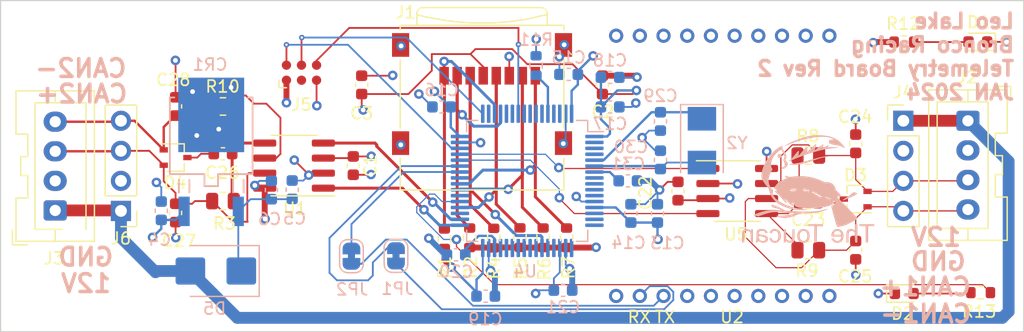
<source format=kicad_pcb>
(kicad_pcb (version 20221018) (generator pcbnew)
  (layers (0 "F.Cu" signal) (1 "In1.Cu" signal) (2 "In2.Cu" signal) (31 "B.Cu" signal) (34 "B.Paste" user) (35 "F.Paste" user) (36 "B.SilkS" user "B.Silkscreen") (37 "F.SilkS" user "F.Silkscreen") (38 "B.Mask" user) (39 "F.Mask" user) (44 "Edge.Cuts" user))
  (net 0 "")
  (net 1 "GND")
  (net 2 "+3V3")
  (net 3 "Net-(CR1-IN)")
  (net 4 "/HSE_OUT")
  (net 5 "/HSE_IN")
  (net 6 "Net-(U4-VCAP_1)")
  (net 7 "Net-(D3-common)")
  (net 8 "Net-(U5-Vref)")
  (net 9 "CAN1+")
  (net 10 "CAN1-")
  (net 11 "Net-(D4-common)")
  (net 12 "Net-(U1-Vref)")
  (net 13 "CAN2+")
  (net 14 "CAN2-")
  (net 15 "Net-(U4-NRST)")
  (net 16 "Net-(D1-A)")
  (net 17 "Net-(D2-A)")
  (net 18 "+12V")
  (net 19 "SD-DAT2")
  (net 20 "SWO")
  (net 21 "SD-DAT3")
  (net 22 "SWCLK")
  (net 23 "SWDIO")
  (net 24 "SD-CMD")
  (net 25 "SD-CLK")
  (net 26 "SD-DAT0")
  (net 27 "SD-DAT1")
  (net 29 "Net-(JP1-A)")
  (net 30 "UART-RX")
  (net 31 "Net-(JP2-A)")
  (net 32 "UART-TX")
  (net 33 "Net-(U4-BOOT0)")
  (net 34 "MICROLED")
  (net 35 "/Can Transceiver1/CANTX")
  (net 36 "/Can Transceiver1/CANRX")
  (net 76 "/Can Transceiver/CANRX")
  (net 77 "/Can Transceiver/CANTX")
  (footprint "Capacitor_SMD:C_0603_1608Metric" (layer "F.Cu") (at 185.972 66.202 -90)
    (fp_text reference "C24")
    (fp_text value "30p" hide)
  )
  (footprint "Resistor_SMD:R_0805_2012Metric" (layer "F.Cu") (at 132.561999 63.051999 180)
    (fp_text reference "R10")
    (fp_text value "60" hide)
  )
  (footprint "Capacitor_SMD:C_0603_1608Metric" (layer "F.Cu") (at 164.592 61.227 90)
    (fp_text reference "C2")
    (fp_text value "4u7" hide)
  )
  (footprint "Package_TO_SOT_SMD:SOT-323_SC-70" (layer "F.Cu") (at 128.561999 67.372)
    (fp_text reference "D4")
    (fp_text value "D_TVS_Dual_AAC" hide)
  )
  (footprint "Resistor_SMD:R_0805_2012Metric" (layer "F.Cu") (at 132.561999 71.051999)
    (fp_text reference "R3")
    (fp_text value "60" hide)
  )
  (footprint "Resistor_SMD:R_0603_1608Metric" (layer "F.Cu") (at 196.5198 78.7908)
    (fp_text reference "R13")
    (fp_text value "1k" hide)
  )
  (footprint "Package_TO_SOT_SMD:SOT-323_SC-70" (layer "F.Cu") (at 185.972 70.882 180)
    (fp_text reference "D3")
    (fp_text value "D_TVS_Dual_AAC" hide)
  )
  (footprint "Capacitor_SMD:C_0603_1608Metric" (layer "F.Cu") (at 181.972 71.202 180)
    (fp_text reference "C23")
    (fp_text value "100n" hide)
  )
  (footprint "Capacitor_SMD:C_0603_1608Metric" (layer "F.Cu") (at 143.561999 68.051999 -90)
    (fp_text reference "C1")
    (fp_text value "100n" hide)
  )
  (footprint "Resistor_SMD:R_0805_2012Metric" (layer "F.Cu") (at 181.972 67.202 180)
    (fp_text reference "R8")
    (fp_text value "60" hide)
  )
  (footprint "Package_SO:SOIC-8_3.9x4.9mm_P1.27mm" (layer "F.Cu") (at 138.561999 68.051999 180)
    (fp_text reference "U1")
    (fp_text value "SN65HVD230" hide)
  )
  (footprint "Capacitor_SMD:C_0603_1608Metric" (layer "F.Cu") (at 185.972 75.202 -90)
    (fp_text reference "C25")
    (fp_text value "30p" hide)
  )
  (footprint "Connector:Tag-Connect_TC2030-IDC-NL_2x03_P1.27mm_Vertical" (layer "F.Cu") (at 139.192 60.198)
    (fp_text reference "J5")
    (fp_text value "TC2030" hide)
  )
  (footprint "Resistor_SMD:R_0603_1608Metric" (layer "F.Cu") (at 159.5882 74.1548 -90)
    (fp_text reference "R6")
    (fp_text value "47k")
  )
  (footprint "Resistor_SMD:R_0603_1608Metric" (layer "F.Cu") (at 157.6324 74.1426 -90)
    (fp_text reference "R5")
    (fp_text value "47k")
  )
  (footprint "Capacitor_SMD:C_0603_1608Metric" (layer "F.Cu") (at 128.561999 72.051999 90)
    (fp_text reference "C27")
    (fp_text value "30p" hide)
  )
  (footprint "Resistor_SMD:R_0603_1608Metric" (layer "F.Cu") (at 151.257 74.231 90)
    (fp_text reference "R1")
    (fp_text value "47k")
  )
  (footprint "Capacitor_SMD:C_0603_1608Metric" (layer "F.Cu") (at 128.561999 63.052 90)
    (fp_text reference "C28")
    (fp_text value "30p" hide)
  )
  (footprint "Resistor_SMD:R_0603_1608Metric" (layer "F.Cu") (at 161.5694 74.1548 -90)
    (fp_text reference "R7")
    (fp_text value "47k" hide)
  )
  (footprint "Resistor_SMD:R_0805_2012Metric" (layer "F.Cu") (at 181.972 75.202)
    (fp_text reference "R9")
    (fp_text value "60" hide)
  )
  (footprint "Connector_JST:JST_XA_B04B-XASK-1_1x04_P2.50mm_Vertical" (layer "F.Cu") (at 195.447 64.262 -90)
    (fp_text reference "J2")
    (fp_text value "JST B04b-XASK" hide)
  )
  (footprint "Resistor_SMD:R_0603_1608Metric" (layer "F.Cu") (at 155.4226 74.1802 90)
    (fp_text reference "R4")
    (fp_text value "47k")
  )
  (footprint "Connector_Card:microSD_HC_Wuerth_693072010801" (layer "F.Cu") (at 154.432 62.002)
    (fp_text reference "J1")
    (fp_text value "Micro_SD_Card" hide)
  )
  (footprint "Capacitor_SMD:C_0603_1608Metric" (layer "F.Cu") (at 170.972 70.202 90)
    (fp_text reference "C22")
    (fp_text value "100n" hide)
  )
  (footprint "XBEE:XBEEPRO900HP" (layer "F.Cu") (at 174.752 68.072)
    (fp_text reference "U2")
    (fp_text value "XBPRO-900")
  )
  (footprint "Capacitor_SMD:C_0603_1608Metric" (layer "F.Cu") (at 132.561999 67.052)
    (fp_text reference "C26")
    (fp_text value "100n" hide)
  )
  (footprint "LED_SMD:LED_0603_1608Metric" (layer "F.Cu") (at 196.282 57.592 180)
    (fp_text reference "D1")
    (fp_text value "LED" hide)
  )
  (footprint "Capacitor_SMD:C_0603_1608Metric" (layer "F.Cu") (at 144.272 61.227 90)
    (fp_text reference "C3")
    (fp_text value "100n" hide)
  )
  (footprint "Connector_PinHeader_2.54mm:PinHeader_1x04_P2.54mm_Vertical" (layer "F.Cu") (at 189.992 64.262)
    (fp_text reference "J4")
    (fp_text value "0.1 INCH HEADER" hide)
  )
  (footprint "Package_SO:SOIC-8_3.9x4.9mm_P1.27mm" (layer "F.Cu") (at 175.972 70.202)
    (fp_text reference "U5")
    (fp_text value "SN65HVD230" hide)
  )
  (footprint "Connector_PinHeader_2.54mm:PinHeader_1x04_P2.54mm_Vertical" (layer "F.Cu") (at 123.952 71.882 180)
    (fp_text reference "J6")
    (fp_text value "0.1 INCH HEADER" hide)
  )
  (footprint "LED_SMD:LED_0603_1608Metric" (layer "F.Cu") (at 190.0682 78.867)
    (fp_text reference "D2")
    (fp_text value "LED" hide)
  )
  (footprint "Resistor_SMD:R_0603_1608Metric" (layer "F.Cu") (at 153.3906 74.1548 90)
    (fp_text reference "R2")
    (fp_text value "47k")
  )
  (footprint "Connector_JST:JST_XA_B04B-XASK-1-A_1x04_P2.50mm_Vertical" (layer "F.Cu") (at 118.401999 71.842 90)
    (fp_text reference "J3")
    (fp_text value "JST B04B-XASK" hide)
  )
  (footprint "Resistor_SMD:R_0603_1608Metric" (layer "F.Cu") (at 190.0428 57.6072 180)
    (fp_text reference "R12")
    (fp_text value "1k" hide)
  )
  (footprint "Capacitor_SMD:C_0603_1608Metric" (layer "B.Cu") (at 151.017 63.092 180)
    (fp_text reference "C16")
    (fp_text value "100n" hide)
  )
  (footprint "Diode_SMD:D_SMB" (layer "B.Cu") (at 131.962 76.962 180)
    (fp_text reference "D5")
    (fp_text value "SSB43L" hide)
  )
  (footprint "Jumper:SolderJumper-2_P1.3mm_Bridged_RoundedPad1.0x1.5mm" (layer "B.Cu") (at 147.1676 75.6816 90)
    (fp_text reference "JP1")
    (fp_text value "SolderJumper_2_Bridged" hide)
  )
  (footprint "Capacitor_SMD:C_0603_1608Metric" (layer "B.Cu") (at 138.407 70.092 90)
    (fp_text reference "C5")
    (fp_text value "4u7" hide)
  )
  (footprint "Capacitor_SMD:C_0603_1608Metric" (layer "B.Cu") (at 152.242 75.592)
    (fp_text reference "C20")
    (fp_text value "4u7" hide)
  )
  (footprint "Capacitor_SMD:C_0603_1608Metric" (layer "B.Cu") (at 165.242 60.592)
    (fp_text reference "C18")
    (fp_text value "1u" hide)
  )
  (footprint "Capacitor_SMD:C_0603_1608Metric" (layer "B.Cu") (at 165.242 63.092)
    (fp_text reference "C17")
    (fp_text value "100n" hide)
  )
  (footprint "Capacitor_SMD:C_0603_1608Metric" (layer "B.Cu") (at 161.742 60.342 180)
    (fp_text reference "C15")
    (fp_text value "100n" hide)
  )
  (footprint "Capacitor_SMD:C_0603_1608Metric" (layer "B.Cu") (at 154.742 79.092)
    (fp_text reference "C19")
    (fp_text value "100n" hide)
  )
  (footprint "Capacitor_SMD:C_0603_1608Metric" (layer "B.Cu") (at 127.357 71.867 -90)
    (fp_text reference "C4")
    (fp_text value "4u7")
  )
  (footprint "Capacitor_SMD:C_0603_1608Metric" (layer "B.Cu") (at 169.492 64.317 -90)
    (fp_text reference "C29")
    (fp_text value "30p" hide)
  )
  (footprint "Crystal:Crystal_SMD_5032-2Pin_5.0x3.2mm" (layer "B.Cu") (at 172.992 65.942 -90)
    (fp_text reference "Y2")
    (fp_text value "8MHz" hide)
  )
  (footprint "Capacitor_SMD:C_0603_1608Metric" (layer "B.Cu") (at 136.652 70.117 -90)
    (fp_text reference "C6")
    (fp_text value "100n" hide)
  )
  (footprint "Jumper:SolderJumper-2_P1.3mm_Bridged_RoundedPad1.0x1.5mm" (layer "B.Cu") (at 143.4084 75.707 90)
    (fp_text reference "JP2")
    (fp_text value "SolderJumper_2_Bridged" hide)
  )
  (footprint "Capacitor_SMD:C_0603_1608Metric" (layer "B.Cu") (at 166.992 72.092 90)
    (fp_text reference "C14")
    (fp_text value "100n" hide)
  )
  (footprint "Capacitor_SMD:C_0603_1608Metric" (layer "B.Cu") (at 169.492 67.567 90)
    (fp_text reference "C30")
    (fp_text value "30p" hide)
  )
  (footprint "Package_QFP:LQFP-64_10x10mm_P0.5mm" (layer "B.Cu") (at 158.242 69.342 180)
    (fp_text reference "U4")
    (fp_text value "STM32F412RETx" hide)
  )
  (footprint "toucan:toucan" (layer "B.Cu") (at 181.991 70.4342 180)
    (fp_text reference "G***")
    (fp_text value "LOGO" hide)
  )
  (footprint "Capacitor_SMD:C_0603_1608Metric" (layer "B.Cu") (at 166.742 69.342 180)
    (fp_text reference "C31")
    (fp_text value "100n" hide)
  )
  (footprint "Resistor_SMD:R_0603_1608Metric" (layer "B.Cu") (at 158.992 59.592 90)
    (fp_text reference "R11")
    (fp_text value "33K" hide)
  )
  (footprint "Capacitor_SMD:C_0603_1608Metric" (layer "B.Cu") (at 169.242 72.092 90)
    (fp_text reference "C13")
    (fp_text value "4u7" hide)
  )
  (footprint "LF33CDT:DPAK_STM" (layer "B.Cu") (at 131.572 65.532 180)
    (fp_text reference "CR1")
    (fp_text value "LF33CDT-TR")
  )
  (footprint "Capacitor_SMD:C_0603_1608Metric" (layer "B.Cu") (at 161.267 78.592)
    (fp_text reference "C21")
    (fp_text value "100n" hide)
  )
  (gr_line (start 113.792 54.102) (end 200.152 54.102) (stroke (width 0.1)) (layer "Edge.Cuts"))
  (gr_line (start 113.792 82.0928) (end 113.792 54.102) (stroke (width 0.1)) (layer "Edge.Cuts"))
  (gr_line (start 200.152 82.0928) (end 113.792 82.0928) (stroke (width 0.1)) (layer "Edge.Cuts"))
  (gr_line (start 200.152 54.102) (end 200.152 82.0928) (stroke (width 0.1)) (layer "Edge.Cuts"))
  (gr_text "CAN1+" (at 195.8594 79.1718) (layer "B.SilkS") (effects (font (size 1.5 1.5) (thickness 0.3) bold) (justify left bottom mirror)))
  (gr_text "12V" (at 195.0212 74.9808) (layer "B.SilkS") (effects (font (size 1.5 1.5) (thickness 0.3) bold) (justify left bottom mirror)))
  (gr_text "GND" (at 195.4276 77.0382) (layer "B.SilkS") (effects (font (size 1.5 1.5) (thickness 0.3) bold) (justify left bottom mirror)))
  (gr_text "Leo Lake\nBronco Racing\nTelemetry Board Rev 2\nJAN 2024" (at 199.4916 62.5856) (layer "B.SilkS") (effects (font (size 1.246 1.246) (thickness 0.3) bold) (justify left bottom mirror)))
  (gr_text "CAN2+" (at 124.6632 62.865) (layer "B.SilkS") (effects (font (size 1.5 1.5) (thickness 0.3) bold) (justify left bottom mirror)))
  (gr_text "CAN1-" (at 195.9102 81.4578) (layer "B.SilkS") (effects (font (size 1.5 1.5) (thickness 0.3) bold) (justify left bottom mirror)))
  (gr_text "CAN2-" (at 124.587 60.706) (layer "B.SilkS") (effects (font (size 1.5 1.5) (thickness 0.3) bold) (justify left bottom mirror)))
  (gr_text "12V" (at 123.2662 78.8924) (layer "B.SilkS") (effects (font (size 1.5 1.5) (thickness 0.3) bold) (justify left bottom mirror)))
  (gr_text "GND" (at 123.4694 76.6572) (layer "B.SilkS") (effects (font (size 1.5 1.5) (thickness 0.3) bold) (justify left bottom mirror)))
  (gr_text "RX" (at 166.624 81.4324) (layer "F.SilkS") (effects (font (size 1 1)) (justify left bottom)))
  (gr_text "TX" (at 168.91 81.4324) (layer "F.SilkS") (effects (font (size 1 1)) (justify left bottom)))
  (segment (start 144.272 60.452) (end 146.8628 60.452) (width 0.15) (layer "F.Cu") (net 1))
  (segment (start 146.8628 60.452) (end 146.8882 60.4266) (width 0.15) (layer "F.Cu") (net 1))
  (segment (start 136.086999 72.536199) (end 136.1186 72.5678) (width 0.5) (layer "F.Cu") (net 1))
  (segment (start 197.0695 57.592) (end 198.694 57.592) (width 0.15) (layer "F.Cu") (net 1))
  (segment (start 185.972 65.427) (end 185.972 64.1536) (width 0.15) (layer "F.Cu") (net 1))
  (segment (start 156.732 58.8404) (end 156.718 58.8264) (width 0.15) (layer "F.Cu") (net 1))
  (segment (start 185.972 77.2854) (end 185.9788 77.2922) (width 0.15) (layer "F.Cu") (net 1))
  (segment (start 178.447 66.8662) (end 178.4604 66.8528) (width 0.15) (layer "F.Cu") (net 1))
  (segment (start 170.5864 69.6976) (end 170.857 69.427) (width 0.1) (layer "F.Cu") (net 1))
  (segment (start 169.418 70.104) (end 170.095 69.427) (width 0.15) (layer "F.Cu") (net 1))
  (segment (start 198.694 57.592) (end 198.7042 57.5818) (width 0.15) (layer "F.Cu") (net 1))
  (segment (start 145.041001 68.826999) (end 145.0594 68.8086) (width 0.15) (layer "F.Cu") (net 1))
  (segment (start 128.561999 59.169199) (end 128.5494 59.1566) (width 0.15) (layer "F.Cu") (net 1))
  (segment (start 141.036999 68.686999) (end 139.679999 68.686999) (width 0.15) (layer "F.Cu") (net 1))
  (segment (start 185.972 75.977) (end 185.972 77.2854) (width 0.15) (layer "F.Cu") (net 1))
  (segment (start 136.086999 69.956999) (end 136.086999 72.536199) (width 0.5) (layer "F.Cu") (net 1))
  (segment (start 140.462 62.9666) (end 140.4874 62.992) (width 0.15) (layer "F.Cu") (net 1))
  (segment (start 170.095 69.427) (end 170.972 69.427) (width 0.15) (layer "F.Cu") (net 1))
  (segment (start 175.9676 69.567) (end 175.9966 69.596) (width 0.15) (layer "F.Cu") (net 1))
  (segment (start 164.592 60.452) (end 167.386 60.452) (width 0.5) (layer "F.Cu") (net 1))
  (segment (start 143.561999 68.826999) (end 145.041001 68.826999) (width 0.15) (layer "F.Cu") (net 1))
  (segment (start 128.561999 62.277) (end 128.561999 59.169199) (width 0.15) (layer "F.Cu") (net 1))
  (segment (start 189.2807 78.867) (end 187.8838 78.867) (width 0.15) (layer "F.Cu") (net 1))
  (segment (start 167.386 60.452) (end 167.513 60.579) (width 0.5) (layer "F.Cu") (net 1))
  (segment (start 128.561999 74.129799) (end 128.5748 74.1426) (width 0.15) (layer "F.Cu") (net 1))
  (segment (start 178.447 68.297) (end 178.447 66.8662) (width 0.15) (layer "F.Cu") (net 1))
  (segment (start 140.462 60.833) (end 140.462 62.9666) (width 0.15) (layer "F.Cu") (net 1))
  (segment (start 156.732 60.452) (end 156.732 58.8404) (width 0.15) (layer "F.Cu") (net 1))
  (segment (start 128.561999 72.826999) (end 128.561999 74.129799) (width 0.15) (layer "F.Cu") (net 1))
  (segment (start 185.972 64.1536) (end 185.9534 64.135) (width 0.15) (layer "F.Cu") (net 1))
  (segment (start 139.679999 68.686999) (end 138.5824 67.5894) (width 0.15) (layer "F.Cu") (net 1))
  (segment (start 173.497 69.567) (end 175.9676 69.567) (width 0.15) (layer "F.Cu") (net 1))
  (via (at 140.4874 62.992) (size 0.8) (drill 0.4) (layers "F.Cu" "B.Cu") (net 1))
  (via (at 126.946111 69.473957) (size 0.8) (drill 0.4) (layers "F.Cu" "B.Cu") (net 1))
  (via (at 185.9534 64.135) (size 0.8) (drill 0.4) (layers "F.Cu" "B.Cu") (net 1))
  (via (at 167.4114 62.7634) (size 0.8) (drill 0.4) (layers "F.Cu" "B.Cu") (net 1))
  (via (at 129.9972 61.7982) (size 0.8) (drill 0.4) (layers "F.Cu" "B.Cu") (net 1))
  (via (at 128.5494 59.1566) (size 0.8) (drill 0.4) (layers "F.Cu" "B.Cu") (net 1))
  (via (at 132.207 64.9732) (size 0.8) (drill 0.4) (layers "F.Cu" "B.Cu") (net 1))
  (via (at 161.29 66.1924) (size 0.8) (drill 0.4) (layers "F.Cu" "B.Cu") (net 1))
  (via (at 149.9362 74.1934) (size 0.8) (drill 0.4) (layers "F.Cu" "B.Cu") (net 1))
  (via (at 145.0594 68.8086) (size 0.8) (drill 0.4) (layers "F.Cu" "B.Cu") (net 1))
  (via (at 156.718 58.8264) (size 0.8) (drill 0.4) (layers "F.Cu" "B.Cu") (net 1))
  (via (at 162.3822 70.6628) (size 0.8) (drill 0.4) (layers "F.Cu" "B.Cu") (net 1))
  (via (at 135.255 69.723) (size 0.8) (drill 0.4) (layers "F.Cu" "B.Cu") (net 1))
  (via (at 130.3528 65.5066) (size 0.8) (drill 0.4) (layers "F.Cu" "B.Cu") (net 1))
  (via (at 154.305 66.1162) (size 0.8) (drill 0.4) (layers "F.Cu" "B.Cu") (net 1))
  (via (at 155.1432 76.9112) (size 0.8) (drill 0.4) (layers "F.Cu" "B.Cu") (net 1))
  (via (at 178.4604 66.8528) (size 0.8) (drill 0.4) (layers "F.Cu" "B.Cu") (net 1))
  (via (at 133.2484 61.4426) (size 0.8) (drill 0.4) (layers "F.Cu" "B.Cu") (net 1))
  (via (at 147.574 66.294) (size 0.8) (drill 0.4) (layers "F.Cu" "B.Cu") (net 1))
  (via (at 167.513 60.579) (size 0.8) (drill 0.4) (layers "F.Cu" "B.Cu") (net 1))
  (via (at 128.5748 74.1426) (size 0.8) (drill 0.4) (layers "F.Cu" "B.Cu") (net 1))
  (via (at 161.8234 76.7588) (size 0.8) (drill 0.4) (layers "F.Cu" "B.Cu") (net 1))
  (via (at 169.418 70.104) (size 0.8) (drill 0.4) (layers "F.Cu" "B.Cu") (net 1))
  (via (at 161.3662 57.8358) (size 0.8) (drill 0.4) (layers "F.Cu" "B.Cu") (net 1))
  (via (at 198.7042 57.5818) (size 0.8) (drill 0.4) (layers "F.Cu" "B.Cu") (net 1))
  (via (at 146.8882 60.4266) (size 0.8) (drill 0.4) (layers "F.Cu" "B.Cu") (net 1))
  (via (at 138.5824 67.5894) (size 0.8) (drill 0.4) (layers "F.Cu" "B.Cu") (net 1))
  (via (at 147.5994 57.9374) (size 0.8) (drill 0.4) (layers "F.Cu" "B.Cu") (net 1))
  (via (at 136.1186 72.5678) (size 0.8) (drill 0.4) (layers "F.Cu" "B.Cu") (net 1))
  (via (at 139.8016 68.8594) (size 0.8) (drill 0.4) (layers "F.Cu" "B.Cu") (net 1))
  (via (at 160.9598 58.8525) (size 0.8) (drill 0.4) (layers "F.Cu" "B.Cu") (net 1))
  (via (at 185.9788 77.2922) (size 0.8) (drill 0.4) (layers "F.Cu" "B.Cu") (net 1))
  (via (at 167.9448 65.6844) (size 0.8) (drill 0.4) (layers "F.Cu" "B.Cu") (net 1))
  (via (at 187.8838 78.867) (size 0.8) (drill 0.4) (layers "F.Cu" "B.Cu") (net 1))
  (via (at 149.09779 62.00119) (size 0.8) (drill 0.4) (layers "F.Cu" "B.Cu") (net 1))
  (via (at 175.9966 69.596) (size 0.8) (drill 0.4) (layers "F.Cu" "B.Cu") (net 1))
  (via (at 159.004 57.3532) (size 0.8) (drill 0.4) (layers "F.Cu" "B.Cu") (net 1))
  (segment (start 169.242 71.317) (end 169.242 70.28) (width 0.15) (layer "B.Cu") (net 1))
  (segment (start 162.8114 71.092) (end 162.3822 70.6628) (width 0.15) (layer "B.Cu") (net 1))
  (segment (start 161.492 76.4274) (end 161.8234 76.7588) (width 0.15) (layer "B.Cu") (net 1))
  (segment (start 155.517 79.092) (end 155.517 77.285) (width 0.5) (layer "B.Cu") (net 1))
  (segment (start 166.017 63.092) (end 167.0828 63.092) (width 0.15) (layer "B.Cu") (net 1))
  (segment (start 158.992 57.3652) (end 159.004 57.3532) (width 0.15) (layer "B.Cu") (net 1))
  (segment (start 163.917 71.092) (end 162.8114 71.092) (width 0.15) (layer "B.Cu") (net 1))
  (segment (start 162.042 78.592) (end 162.042 76.9774) (width 0.5) (layer "B.Cu") (net 1))
  (segment (start 127.357 71.092) (end 127.357 69.884846) (width 0.15) (layer "B.Cu") (net 1))
  (segment (start 169.0524 66.792) (end 167.9448 65.6844) (width 0.15) (layer "B.Cu") (net 1))
  (segment (start 168.656 69.342) (end 169.418 70.104) (width 0.5) (layer "B.Cu") (net 1))
  (segment (start 139.344 69.317) (end 139.8016 68.8594) (width 0.15) (layer "B.Cu") (net 1))
  (segment (start 160.967 60.342) (end 160.967 58.8597) (width 0.15) (layer "B.Cu") (net 1))
  (segment (start 169.492 65.092) (end 168.5372 65.092) (width 0.15) (layer "B.Cu") (net 1))
  (segment (start 162.042 76.9774) (end 161.8234 76.7588) (width 0.5) (layer "B.Cu") (net 1))
  (segment (start 154.992 76.76) (end 155.1432 76.9112) (width 0.15) (layer "B.Cu") (net 1))
  (segment (start 166.992 71.317) (end 168.205 71.317) (width 0.15) (layer "B.Cu") (net 1))
  (segment (start 136.652 69.342) (end 135.636 69.342) (width 0.15) (layer "B.Cu") (net 1))
  (segment (start 154.2808 66.092) (end 154.305 66.1162) (width 0.15) (layer "B.Cu") (net 1))
  (segment (start 155.517 77.285) (end 155.1432 76.9112) (width 0.5) (layer "B.Cu") (net 1))
  (segment (start 154.992 75.017) (end 154.992 76.76) (width 0.15) (layer "B.Cu") (net 1))
  (segment (start 168.205 71.317) (end 169.418 70.104) (width 0.15) (layer "B.Cu") (net 1))
  (segment (start 151.3348 75.592) (end 149.9362 74.1934) (width 0.5) (layer "B.Cu") (net 1))
  (segment (start 138.407 69.317) (end 139.344 69.317) (width 0.15) (layer "B.Cu") (net 1))
  (segment (start 127.357 69.884846) (end 126.946111 69.473957) (width 0.15) (layer "B.Cu") (net 1))
  (segment (start 158.992 58.767) (end 158.992 57.3652) (width 0.15) (layer "B.Cu") (net 1))
  (segment (start 166.017 60.592) (end 167.5 60.592) (width 0.15) (layer "B.Cu") (net 1))
  (segment (start 161.492 75.017) (end 161.492 76.4274) (width 0.15) (layer "B.Cu") (net 1))
  (segment (start 168.5372 65.092) (end 167.9448 65.6844) (width 0.15) (layer "B.Cu") (net 1))
  (segment (start 160.967 58.8597) (end 160.9598 58.8525) (width 0.15) (layer "B.Cu") (net 1))
  (segment (start 150.242 63.092) (end 149.15119 62.00119) (width 0.15) (layer "B.Cu") (net 1))
  (segment (start 161.492 63.667) (end 161.492 65.9904) (width 0.15) (layer "B.Cu") (net 1))
  (segment (start 169.492 66.792) (end 169.0524 66.792) (width 0.15) (layer "B.Cu") (net 1))
  (segment (start 135.636 69.342) (end 135.255 69.723) (width 0.15) (layer "B.Cu") (net 1))
  (segment (start 161.492 65.9904) (end 161.29 66.1924) (width 0.15) (layer "B.Cu") (net 1))
  (segment (start 167.517 69.342) (end 168.656 69.342) (width 0.5) (layer "B.Cu") (net 1))
  (segment (start 167.5 60.592) (end 167.513 60.579) (width 0.15) (layer "B.Cu") (net 1))
  (segment (start 151.467 75.592) (end 151.3348 75.592) (width 0.5) (layer "B.Cu") (net 1))
  (segment (start 152.567 66.092) (end 154.2808 66.092) (width 0.15) (layer "B.Cu") (net 1))
  (segment (start 169.242 70.28) (end 169.418 70.104) (width 0.15) (layer "B.Cu") (net 1))
  (segment (start 149.15119 62.00119) (end 149.09779 62.00119) (width 0.15) (layer "B.Cu") (net 1))
  (segment (start 167.0828 63.092) (end 167.4114 62.7634) (width 0.15) (layer "B.Cu") (net 1))
  (segment (start 164.592 62.002) (end 162.067 59.477) (width 0.15) (layer "F.Cu") (net 2))
  (segment (start 153.416 75.0052) (end 153.3906 74.9798) (width 0.5) (layer "F.Cu") (net 2))
  (segment (start 150.1902 58.6232) (end 153.4532 58.6232) (width 0.15) (layer "F.Cu") (net 2))
  (segment (start 187.5028 57.6072) (end 187.452 57.658) (width 0.5) (layer "F.Cu") (net 2))
  (segment (start 162.067 59.477) (end 158.252484 59.477) (width 0.15) (layer "F.Cu") (net 2))
  (segment (start 144.272 62.002) (end 148.213802 62.002) (width 0.15) (layer "F.Cu") (net 2))
  (segment (start 164.592 62.002) (end 167.1568 62.002) (width 0.15) (layer "F.Cu") (net 2))
  (segment (start 141.036999 67.416999) (end 143.421999 67.416999) (width 0.15) (layer "F.Cu") (net 2))
  (segment (start 155.4602 74.9676) (end 155.4226 75.0052) (width 0.5) (layer "F.Cu") (net 2))
  (segment (start 159.5882 74.9798) (end 157.6446 74.9798) (width 0.5) (layer "F.Cu") (net 2))
  (segment (start 154.532 59.702) (end 154.532 60.452) (width 0.15) (layer "F.Cu") (net 2))
  (segment (start 157.6324 74.9676) (end 155.4602 74.9676) (width 0.5) (layer "F.Cu") (net 2))
  (segment (start 158.252484 59.477) (end 156.976884 58.2014) (width 0.15) (layer "F.Cu") (net 2))
  (segment (start 159.5882 74.9798) (end 161.5694 74.9798) (width 0.5) (layer "F.Cu") (net 2))
  (segment (start 175.289 70.837) (end 175.3362 70.7898) (width 0.15) (layer "F.Cu") (net 2))
  (segment (start 148.213802 62.002) (end 150.1902 60.025602) (width 0.15) (layer "F.Cu") (net 2))
  (segment (start 155.3972 74.9798) (end 155.4226 75.0052) (width 0.5) (layer "F.Cu") (net 2))
  (segment (start 144.272 63.2206) (end 144.399 63.3476) (width 0.15) (layer "F.Cu") (net 2))
  (segment (start 156.976884 58.2014) (end 153.875 58.2014) (width 0.15) (layer "F.Cu") (net 2))
  (segment (start 173.497 70.837) (end 175.289 70.837) (width 0.15) (layer "F.Cu") (net 2))
  (segment (start 151.257 75.056) (end 151.257 76.0476) (width 0.5) (layer "F.Cu") (net 2))
  (segment (start 145.067001 67.276999) (end 145.0848 67.2592) (width 0.15) (layer "F.Cu") (net 2))
  (segment (start 144.272 62.002) (end 144.272 63.2206) (width 0.15) (layer "F.Cu") (net 2))
  (segment (start 153.4532 58.6232) (end 154.532 59.702) (width 0.15) (layer "F.Cu") (net 2))
  (segment (start 164.0342 74.9798) (end 164.0586 74.9554) (width 0.5) (layer "F.Cu") (net 2))
  (segment (start 170.972 70.977) (end 173.357 70.977) (width 0.15) (layer "F.Cu") (net 2))
  (segment (start 167.1568 62.002) (end 167.4622 61.6966) (width 0.15) (layer "F.Cu") (net 2))
  (segment (start 173.357 70.977) (end 173.497 70.837) (width 0.15) (layer "F.Cu") (net 2))
  (segment (start 153.875 58.2014) (end 153.4532 58.6232) (width 0.15) (layer "F.Cu") (net 2))
  (segment (start 157.6446 74.9798) (end 157.6324 74.9676) (width 0.5) (layer "F.Cu") (net 2))
  (segment (start 153.3906 74.9798) (end 155.3972 74.9798) (width 0.5) (layer "F.Cu") (net 2))
  (segment (start 137.922 60.833) (end 137.922 62.738) (width 0.5) (layer "F.Cu") (net 2))
  (segment (start 143.421999 67.416999) (end 143.561999 67.276999) (width 0.15) (layer "F.Cu") (net 2))
  (segment (start 150.1902 58.6232) (end 150.1902 60.025602) (width 0.15) (layer "F.Cu") (net 2))
  (segment (start 151.257 76.0476) (end 151.8412 76.6318) (width 0.5) (layer "F.Cu") (net 2))
  (segment (start 143.561999 67.276999) (end 145.067001 67.276999) (width 0.15) (layer "F.Cu") (net 2))
  (segment (start 189.2178 57.6072) (end 187.5028 57.6072) (width 0.5) (layer "F.Cu") (net 2))
  (segment (start 161.5694 74.9798) (end 164.0342 74.9798) (width 0.5) (layer "F.Cu") (net 2))
  (via (at 144.399 63.3476) (size 0.8) (drill 0.4) (layers "F.Cu" "B.Cu") (net 2))
  (via (at 126.619 74.1172) (size 0.8) (drill 0.4) (layers "F.Cu" "B.Cu") (net 2))
  (via (at 169.291 74.295) (size 0.8) (drill 0.4) (layers "F.Cu" "B.Cu") (net 2))
  (via (at 175.3362 70.7898) (size 0.8) (drill 0.4) (layers "F.Cu" "B.Cu") (net 2))
  (via (at 137.922 62.738) (size 0.8) (drill 0.4) (layers "F.Cu" "B.Cu") (net 2))
  (via (at 167.4622 61.6966) (size 0.8) (drill 0.4) (layers "F.Cu" "B.Cu") (net 2))
  (via (at 145.0848 67.2592) (size 0.8) (drill 0.4) (layers "F.Cu" "B.Cu") (net 2))
  (via (at 163.8046 58.7756) (size 0.8) (drill 0.4) (layers "F.Cu" "B.Cu") (net 2))
  (via (at 187.452 57.658) (size 0.8) (drill 0.4) (layers "F.Cu" "B.Cu") (net 2))
  (via (at 151.8412 76.6318) (size 0.8) (drill 0.4) (layers "F.Cu" "B.Cu") (net 2))
  (via (at 158.9532 78.867) (size 0.8) (drill 0.4) (layers "F.Cu" "B.Cu") (net 2))
  (via (at 164.0586 74.9554) (size 0.8) (drill 0.4) (layers "F.Cu" "B.Cu") (net 2))
  (via (at 150.4188 61.7728) (size 0.8) (drill 0.4) (layers "F.Cu" "B.Cu") (net 2))
  (segment (start 164.467 60.592) (end 164.467 63.092) (width 0.2) (layer "B.Cu") (net 2))
  (segment (start 165.8624 61.6966) (end 167.4622 61.6966) (width 0.2) (layer "B.Cu") (net 2))
  (segment (start 161.992 61.7312) (end 161.992 63.667) (width 0.2) (layer "B.Cu") (net 2))
  (segment (start 151.738 63.092) (end 150.4188 61.7728) (width 0.2) (layer "B.Cu") (net 2))
  (segment (start 160.492 78.592) (end 159.2282 78.592) (width 0.15) (layer "B.Cu") (net 2))
  (segment (start 153.967 79.092) (end 153.967 77.681) (width 0.2) (layer "B.Cu") (net 2))
  (segment (start 160.992 75.017) (end 160.992 77.0822) (width 0.15) (layer "B.Cu") (net 2))
  (segment (start 162.517 60.342) (end 162.517 60.0632) (width 0.2) (layer "B.Cu") (net 2))
  (segment (start 160.492 77.5822) (end 160.492 78.592) (width 0.15) (layer "B.Cu") (net 2))
  (segment (start 153.967 77.681) (end 154.492 77.156) (width 0.2) (layer "B.Cu") (net 2))
  (segment (start 164.9892 65.592) (end 163.917 65.592) (width 0.2) (layer "B.Cu") (net 2))
  (segment (start 163.917 71.592) (end 165.717 71.592) (width 0.2) (layer "B.Cu") (net 2))
  (segment (start 151.792 63.092) (end 151.792 64.817) (width 0.2) (layer "B.Cu") (net 2))
  (segment (start 127.357 72.642) (end 127.357 73.3792) (width 0.2) (layer "B.Cu") (net 2))
  (segment (start 128.5641 72.642) (end 127.357 72.642) (width 0.2) (layer "B.Cu") (net 2))
  (segment (start 164.467 63.092) (end 165.8624 61.6966) (width 0.2) (layer "B.Cu") (net 2))
  (segment (start 164.467 64.137) (end 165.227 64.897) (width 0.2) (layer "B.Cu") (net 2))
  (segment (start 165.717 71.592) (end 166.992 72.867) (width 0.2) (layer "B.Cu") (net 2))
  (segment (start 151.792 64.817) (end 152.567 65.592) (width 0.2) (layer "B.Cu") (net 2))
  (segment (start 165.227 64.897) (end 165.227 65.3542) (width 0.2) (layer "B.Cu") (net 2))
  (segment (start 153.967 79.092) (end 153.967 78.7576) (width 0.2) (layer "B.Cu") (net 2))
  (segment (start 169.242 74.246) (end 169.291 74.295) (width 0.2) (layer "B.Cu") (net 2))
  (segment (start 169.242 72.867) (end 169.242 74.246) (width 0.2) (layer "B.Cu") (net 2))
  (segment (start 153.967 78.7576) (end 151.8412 76.6318) (width 0.2) (layer "B.Cu") (net 2))
  (segment (start 169.242 72.867) (end 166.992 72.867) (width 0.2) (layer "B.Cu") (net 2))
  (segment (start 127.357 73.3792) (end 126.619 74.1172) (width 0.2) (layer "B.Cu") (net 2))
  (segment (start 159.2282 78.592) (end 158.9532 78.867) (width 0.15) (layer "B.Cu") (net 2))
  (segment (start 162.517 60.0632) (end 163.8046 58.7756) (width 0.2) (layer "B.Cu") (net 2))
  (segment (start 164.467 63.092) (end 164.467 64.137) (width 0.2) (layer "B.Cu") (net 2))
  (segment (start 154.492 75.017) (end 154.492 77.156) (width 0.15) (layer "B.Cu") (net 2))
  (segment (start 165.227 65.3542) (end 164.9892 65.592) (width 0.2) (layer "B.Cu") (net 2))
  (segment (start 162.517 61.2062) (end 161.992 61.7312) (width 0.2) (layer "B.Cu") (net 2))
  (segment (start 151.792 63.092) (end 151.738 63.092) (width 0.2) (layer "B.Cu") (net 2))
  (segment (start 129.286 71.9201) (end 128.5641 72.642) (width 0.2) (layer "B.Cu") (net 2))
  (segment (start 162.517 60.342) (end 162.517 61.2062) (width 0.2) (layer "B.Cu") (net 2))
  (segment (start 160.992 77.0822) (end 160.492 77.5822) (width 0.15) (layer "B.Cu") (net 2))
  (segment (start 136.652 70.892) (end 138.382 70.892) (width 0.15) (layer "B.Cu") (net 3))
  (segment (start 133.858 71.9201) (end 134.8861 70.892) (width 0.15) (layer "B.Cu") (net 3))
  (segment (start 134.8861 70.892) (end 136.652 70.892) (width 0.15) (layer "B.Cu") (net 3))
  (segment (start 138.382 70.892) (end 138.407 70.867) (width 0.15) (layer "B.Cu") (net 3))
  (segment (start 133.858 71.9201) (end 133.858 76.708) (width 0.15) (layer "B.Cu") (net 3))
  (segment (start 133.858 76.708) (end 134.112 76.962) (width 0.15) (layer "B.Cu") (net 3))
  (segment (start 169.242 68.092) (end 169.492 68.342) (width 0.2) (layer "B.Cu") (net 4))
  (segment (start 170.042 67.792) (end 169.492 68.342) (width 0.15) (layer "B.Cu") (net 4))
  (segment (start 172.442 68.342) (end 172.992 67.792) (width 0.15) (layer "B.Cu") (net 4))
  (segment (start 172.992 67.792) (end 170.042 67.792) (width 0.15) (layer "B.Cu") (net 4))
  (segment (start 163.917 68.092) (end 169.242 68.092) (width 0.2) (layer "B.Cu") (net 4))
  (segment (start 163.917 67.592) (end 164.692 67.592) (width 0.2) (layer "B.Cu") (net 5))
  (segment (start 172.442 63.542) (end 172.992 64.092) (width 0.2) (layer "B.Cu") (net 5))
  (segment (start 168.742 63.542) (end 169.492 63.542) (width 0.2) (layer "B.Cu") (net 5))
  (segment (start 169.492 63.542) (end 172.442 63.542) (width 0.2) (layer "B.Cu") (net 5))
  (segment (start 164.692 67.592) (end 168.742 63.542) (width 0.2) (layer "B.Cu") (net 5))
  (segment (start 154.142 73.992) (end 155.242 73.992) (width 0.2) (layer "B.Cu") (net 6))
  (segment (start 155.492 74.242) (end 155.492 75.017) (width 0.2) (layer "B.Cu") (net 6))
  (segment (start 155.242 73.992) (end 155.492 74.242) (width 0.2) (layer "B.Cu") (net 6))
  (segment (start 153.017 75.117) (end 154.142 73.992) (width 0.2) (layer "B.Cu") (net 6))
  (segment (start 153.017 75.592) (end 153.017 75.117) (width 0.2) (layer "B.Cu") (net 6))
  (segment (start 184.652 71.202) (end 184.972 70.882) (width 0.1) (layer "F.Cu") (net 7))
  (segment (start 182.747 71.202) (end 184.652 71.202) (width 0.1) (layer "F.Cu") (net 7))
  (segment (start 178.447 72.107) (end 180.292 72.107) (width 0.1) (layer "F.Cu") (net 8))
  (segment (start 180.292 72.107) (end 181.197 71.202) (width 0.1) (layer "F.Cu") (net 8))
  (segment (start 181.197 67.3395) (end 181.0595 67.202) (width 0.1) (layer "F.Cu") (net 8))
  (segment (start 181.0595 74.7195) (end 181.0595 75.202) (width 0.1) (layer "F.Cu") (net 8))
  (segment (start 178.447 72.107) (end 181.0595 74.7195) (width 0.1) (layer "F.Cu") (net 8))
  (segment (start 181.197 71.202) (end 181.197 67.3395) (width 0.1) (layer "F.Cu") (net 8))
  (segment (start 185.747 67.202) (end 185.972 66.977) (width 0.1) (layer "F.Cu") (net 9))
  (segment (start 186.972 70.232) (end 189.102 70.232) (width 0.1) (layer "F.Cu") (net 9))
  (segment (start 185.972 69.232) (end 185.972 66.977) (width 0.1) (layer "F.Cu") (net 9))
  (segment (start 189.992 69.342) (end 195.367 69.342) (width 0.1) (layer "F.Cu") (net 9))
  (segment (start 182.8845 67.202) (end 185.747 67.202) (width 0.1) (layer "F.Cu") (net 9))
  (segment (start 179.6542 69.3348) (end 179.422 69.567) (width 0.1) (layer "F.Cu") (net 9))
  (segment (start 180.610602 66.302) (end 179.6542 67.258402) (width 0.1) (layer "F.Cu") (net 9))
  (segment (start 186.972 70.232) (end 185.972 69.232) (width 0.1) (layer "F.Cu") (net 9))
  (segment (start 189.102 70.232) (end 189.992 69.342) (width 0.1) (layer "F.Cu") (net 9))
  (segment (start 182.8845 67.202) (end 181.9845 66.302) (width 0.1) (layer "F.Cu") (net 9))
  (segment (start 179.6542 67.258402) (end 179.6542 69.3348) (width 0.1) (layer "F.Cu") (net 9))
  (segment (start 195.367 69.342) (end 195.447 69.262) (width 0.1) (layer "F.Cu") (net 9))
  (segment (start 179.422 69.567) (end 178.447 69.567) (width 0.1) (layer "F.Cu") (net 9))
  (segment (start 181.9845 66.302) (end 180.610602 66.302) (width 0.1) (layer "F.Cu") (net 9))
  (segment (start 178.447 69.567) (end 178.562 69.567) (width 0.2) (layer "F.Cu") (net 9))
  (segment (start 185.972 74.427) (end 185.972 72.532) (width 0.1) (layer "F.Cu") (net 10))
  (segment (start 182.8845 75.202) (end 181.4039 76.6826) (width 0.1) (layer "F.Cu") (net 10))
  (segment (start 176.657 74.0918) (end 176.657 71.0946) (width 0.1) (layer "F.Cu") (net 10))
  (segment (start 189.642 71.532) (end 189.992 71.882) (width 0.1) (layer "F.Cu") (net 10))
  (segment (start 195.327 71.882) (end 195.447 71.762) (width 0.1) (layer "F.Cu") (net 10))
  (segment (start 185.197 75.202) (end 185.972 74.427) (width 0.1) (layer "F.Cu") (net 10))
  (segment (start 181.4039 76.6826) (end 179.2478 76.6826) (width 0.1) (layer "F.Cu") (net 10))
  (segment (start 186.972 71.532) (end 189.642 71.532) (width 0.1) (layer "F.Cu") (net 10))
  (segment (start 176.657 71.0946) (end 176.9146 70.837) (width 0.1) (layer "F.Cu") (net 10))
  (segment (start 182.8845 75.202) (end 185.197 75.202) (width 0.1) (layer "F.Cu") (net 10))
  (segment (start 179.2478 76.6826) (end 176.657 74.0918) (width 0.1) (layer "F.Cu") (net 10))
  (segment (start 176.9146 70.837) (end 178.447 70.837) (width 0.1) (layer "F.Cu") (net 10))
  (segment (start 189.992 71.882) (end 195.327 71.882) (width 0.1) (layer "F.Cu") (net 10))
  (segment (start 185.972 72.532) (end 186.972 71.532) (width 0.1) (layer "F.Cu") (net 10))
  (segment (start 130.3924 67.372) (end 130.7124 67.052) (width 0.15) (layer "F.Cu") (net 11))
  (segment (start 129.561999 67.372) (end 130.3924 67.372) (width 0.15) (layer "F.Cu") (net 11))
  (segment (start 130.7124 67.052) (end 131.786999 67.052) (width 0.15) (layer "F.Cu") (net 11))
  (segment (start 133.336999 70.914499) (end 133.474499 71.051999) (width 0.25) (layer "F.Cu") (net 12))
  (segment (start 133.336999 63.189499) (end 133.474499 63.051999) (width 0.25) (layer "F.Cu") (net 12))
  (segment (start 133.336999 67.052) (end 133.336999 63.189499) (width 0.25) (layer "F.Cu") (net 12))
  (segment (start 133.474499 67.1895) (end 133.336999 67.052) (width 0.25) (layer "F.Cu") (net 12))
  (segment (start 133.336999 67.052) (end 133.336999 70.914499) (width 0.25) (layer "F.Cu") (net 12))
  (segment (start 133.336999 67.052) (end 134.242 66.146999) (width 0.25) (layer "F.Cu") (net 12))
  (segment (start 134.242 66.146999) (end 136.086999 66.146999) (width 0.25) (layer "F.Cu") (net 12))
  (segment (start 128.561999 71.276999) (end 129.967201 71.276999) (width 0.15) (layer "F.Cu") (net 13))
  (segment (start 129.967201 71.276999) (end 130.192201 71.051999) (width 0.15) (layer "F.Cu") (net 13))
  (segment (start 126.341999 66.802) (end 127.561999 68.022) (width 0.15) (layer "F.Cu") (net 13))
  (segment (start 130.192201 71.051999) (end 131.649499 71.051999) (width 0.15) (layer "F.Cu") (net 13))
  (segment (start 134.741601 68.686999) (end 134.62 68.8086) (width 0.15) (layer "F.Cu") (net 13))
  (segment (start 127.561999 69.370599) (end 127.561999 68.022) (width 0.15) (layer "F.Cu") (net 13))
  (segment (start 128.561999 71.276999) (end 128.561999 70.370599) (width 0.15) (layer "F.Cu") (net 13))
  (segment (start 134.6454 72.7964) (end 133.3939 72.7964) (width 0.15) (layer "F.Cu") (net 13))
  (segment (start 133.3939 72.7964) (end 131.649499 71.051999) (width 0.15) (layer "F.Cu") (net 13))
  (segment (start 123.952 66.802) (end 126.341999 66.802) (width 0.15) (layer "F.Cu") (net 13))
  (segment (start 118.401999 66.842) (end 123.912 66.842) (width 0.2) (layer "F.Cu") (net 13))
  (segment (start 134.62 72.771) (end 134.6454 72.7964) (width 0.15) (layer "F.Cu") (net 13))
  (segment (start 136.086999 68.686999) (end 134.741601 68.686999) (width 0.15) (layer "F.Cu") (net 13))
  (segment (start 128.561999 70.370599) (end 127.561999 69.370599) (width 0.15) (layer "F.Cu") (net 13))
  (segment (start 123.912 66.842) (end 123.952 66.802) (width 0.2) (layer "F.Cu") (net 13))
  (segment (start 134.62 68.8086) (end 134.62 72.771) (width 0.15) (layer "F.Cu") (net 13))
  (segment (start 128.561999 63.827) (end 129.8988 63.827) (width 0.2) (layer "F.Cu") (net 14))
  (segment (start 123.872 64.342) (end 123.952 64.262) (width 0.2) (layer "F.Cu") (net 14))
  (segment (start 128.5272 63.827) (end 128.561999 63.827) (width 0.2) (layer "F.Cu") (net 14))
  (segment (start 127.561999 66.722) (end 127.561999 64.792201) (width 0.2) (layer "F.Cu") (net 14))
  (segment (start 123.952 64.262) (end 125.101999 64.262) (width 0.2) (layer "F.Cu") (net 14))
  (segment (start 137.414 67.064998) (end 137.414 64.008) (width 0.15) (layer "F.Cu") (net 14))
  (segment (start 137.061999 67.416999) (end 137.414 67.064998) (width 0.15) (layer "F.Cu") (net 14))
  (segment (start 136.2202 62.8142) (end 135.1788 62.8142) (width 0.15) (layer "F.Cu") (net 14))
  (segment (start 129.8988 63.827) (end 130.673801 63.051999) (width 0.2) (layer "F.Cu") (net 14))
  (segment (start 130.673801 63.051999) (end 131.649499 63.051999) (width 0.2) (layer "F.Cu") (net 14))
  (segment (start 136.086999 67.416999) (end 137.061999 67.416999) (width 0.15) (layer "F.Cu") (net 14))
  (segment (start 127.561999 64.792201) (end 128.5272 63.827) (width 0.2) (layer "F.Cu") (net 14))
  (segment (start 132.574499 62.126999) (end 131.649499 63.051999) (width 0.15) (layer "F.Cu") (net 14))
  (segment (start 118.401999 64.342) (end 123.872 64.342) (width 0.2) (layer "F.Cu") (net 14))
  (segment (start 125.101999 64.262) (end 127.561999 66.722) (width 0.2) (layer "F.Cu") (net 14))
  (segment (start 134.491599 62.126999) (end 132.574499 62.126999) (width 0.15) (layer "F.Cu") (net 14))
  (segment (start 137.414 64.008) (end 136.2202 62.8142) (width 0.15) (layer "F.Cu") (net 14))
  (segment (start 135.1788 62.8142) (end 134.491599 62.126999) (width 0.15) (layer "F.Cu") (net 14))
  (segment (start 165.967 69.342) (end 165.217 68.592) (width 0.2) (layer "B.Cu") (net 15))
  (segment (start 165.217 68.592) (end 163.917 68.592) (width 0.2) (layer "B.Cu") (net 15))
  (segment (start 195.4793 57.6072) (end 195.4945 57.592) (width 0.15) (layer "F.Cu") (net 16))
  (segment (start 190.8678 57.6072) (end 195.4793 57.6072) (width 0.15) (layer "F.Cu") (net 16))
  (segment (start 190.8557 78.867) (end 195.6186 78.867) (width 0.15) (layer "F.Cu") (net 17))
  (segment (start 195.6186 78.867) (end 195.6948 78.7908) (width 0.15) (layer "F.Cu") (net 17))
  (segment (start 189.992 64.262) (end 195.447 64.262) (width 1) (layer "F.Cu") (net 18))
  (segment (start 118.401999 71.842) (end 123.912 71.842) (width 1) (layer "F.Cu") (net 18))
  (segment (start 123.912 71.842) (end 123.952 71.882) (width 1) (layer "F.Cu") (net 18))
  (segment (start 198.882 67.697) (end 198.882 80.391) (width 1) (layer "B.Cu") (net 18))
  (segment (start 195.447 64.262) (end 198.882 67.697) (width 1) (layer "B.Cu") (net 18))
  (segment (start 126.9746 76.962) (end 129.812 76.962) (width 1) (layer "B.Cu") (net 18))
  (segment (start 123.952 71.882) (end 123.952 74.1426) (width 1) (layer "B.Cu") (net 18))
  (segment (start 123.952 74.1426) (end 126.873 77.0636) (width 1) (layer "B.Cu") (net 18))
  (segment (start 133.772 80.922) (end 129.812 76.962) (width 1) (layer "B.Cu") (net 18))
  (segment (start 198.882 80.391) (end 198.351 80.922) (width 1) (layer "B.Cu") (net 18))
  (segment (start 126.873 77.0636) (end 126.9746 76.962) (width 1) (layer "B.Cu") (net 18))
  (segment (start 198.351 80.922) (end 133.772 80.922) (width 1) (layer "B.Cu") (net 18))
  (segment (start 151.232 60.452) (end 151.232 59.2481) (width 0.25) (layer "F.Cu") (net 19))
  (segment (start 151.257 73.406) (end 151.257 60.477) (width 0.25) (layer "F.Cu") (net 19))
  (segment (start 151.232 59.2481) (end 151.2316 59.2477) (width 0.25) (layer "F.Cu") (net 19))
  (segment (start 151.257 60.477) (end 151.232 60.452) (width 0.25) (layer "F.Cu") (net 19))
  (via (at 151.2316 59.2477) (size 0.8) (drill 0.4) (layers "F.Cu" "B.Cu") (net 19))
  (segment (start 151.8477 59.2477) (end 155.492 62.892) (width 0.25) (layer "B.Cu") (net 19))
  (segment (start 155.492 62.892) (end 155.492 63.667) (width 0.25) (layer "B.Cu") (net 19))
  (segment (start 151.2316 59.2477) (end 151.8477 59.2477) (width 0.25) (layer "B.Cu") (net 19))
  (segment (start 140.462 59.563) (end 140.462 59.1693) (width 0.15) (layer "F.Cu") (net 20))
  (segment (start 157.5054 56.4134) (end 157.5054 57.8104) (width 0.15) (layer "F.Cu") (net 20))
  (segment (start 140.462 59.1693) (end 143.2179 56.4134) (width 0.15) (layer "F.Cu") (net 20))
  (segment (start 143.2179 56.4134) (end 157.5054 56.4134) (width 0.15) (layer "F.Cu") (net 20))
  (via (at 157.5054 57.8104) (size 0.45) (drill 0.2) (layers "F.Cu" "B.Cu") (net 20))
  (segment (start 157.492 63.667) (end 157.492 57.8238) (width 0.15) (layer "B.Cu") (net 20))
  (segment (start 157.492 57.8238) (end 157.5054 57.8104) (width 0.15) (layer "B.Cu") (net 20))
  (segment (start 152.332 60.452) (end 152.332 63.3285) (width 0.25) (layer "F.Cu") (net 21))
  (segment (start 152.332 72.2712) (end 152.332 60.452) (width 0.25) (layer "F.Cu") (net 21))
  (segment (start 152.332 63.3285) (end 152.7575 63.754) (width 0.25) (layer "F.Cu") (net 21))
  (segment (start 153.3906 73.3298) (end 152.332 72.2712) (width 0.25) (layer "F.Cu") (net 21))
  (via (at 152.7575 63.754) (size 0.8) (drill 0.4) (layers "F.Cu" "B.Cu") (net 21))
  (segment (start 155.717 64.717) (end 155.992 64.442) (width 0.25) (layer "B.Cu") (net 21))
  (segment (start 152.7575 63.754) (end 153.7205 64.717) (width 0.25) (layer "B.Cu") (net 21))
  (segment (start 155.992 64.442) (end 155.992 63.667) (width 0.25) (layer "B.Cu") (net 21))
  (segment (start 153.7205 64.717) (end 155.717 64.717) (width 0.25) (layer "B.Cu") (net 21))
  (segment (start 139.192 59.563) (end 139.192 57.2516) (width 0.15) (layer "F.Cu") (net 22))
  (segment (start 139.192 57.2516) (end 139.2174 57.2262) (width 0.15) (layer "F.Cu") (net 22))
  (via (at 139.2174 57.2262) (size 0.45) (drill 0.2) (layers "F.Cu" "B.Cu") (net 22))
  (segment (start 139.2174 57.2262) (end 148.0512 57.2262) (width 0.15) (layer "B.Cu") (net 22))
  (segment (start 148.0512 57.2262) (end 154.492 63.667) (width 0.15) (layer "B.Cu") (net 22))
  (segment (start 137.922 59.563) (end 137.922 57.8358) (width 0.15) (layer "F.Cu") (net 23))
  (via (at 137.922 57.8358) (size 0.45) (drill 0.2) (layers "F.Cu" "B.Cu") (net 23))
  (segment (start 143.111536 57.8358) (end 151.867736 66.592) (width 0.15) (layer "B.Cu") (net 23))
  (segment (start 137.922 57.8358) (end 143.111536 57.8358) (width 0.15) (layer "B.Cu") (net 23))
  (segment (start 151.867736 66.592) (end 152.567 66.592) (width 0.15) (layer "B.Cu") (net 23))
  (segment (start 153.432 60.452) (end 153.432 70.071088) (width 0.25) (layer "F.Cu") (net 24))
  (segment (start 155.4226 73.3552) (end 153.432 71.3646) (width 0.25) (layer "F.Cu") (net 24))
  (segment (start 153.432 70.071088) (end 155.548656 72.187744) (width 0.25) (layer "F.Cu") (net 24))
  (segment (start 153.432 71.3646) (end 153.432 60.452) (width 0.25) (layer "F.Cu") (net 24))
  (via (at 155.548656 72.187744) (size 0.8) (drill 0.4) (layers "F.Cu" "B.Cu") (net 24))
  (segment (start 155.548656 72.187744) (end 157.327912 73.967) (width 0.25) (layer "B.Cu") (net 24))
  (segment (start 157.327912 73.967) (end 159.361976 73.967) (width 0.25) (layer "B.Cu") (net 24))
  (segment (start 159.361976 73.967) (end 159.492 74.097024) (width 0.25) (layer "B.Cu") (net 24))
  (segment (start 159.492 74.097024) (end 159.492 75.017) (width 0.25) (layer "B.Cu") (net 24))
  (segment (start 155.632 70.0978) (end 155.0223 70.7075) (width 0.25) (layer "F.Cu") (net 25))
  (segment (start 155.632 71.3172) (end 155.632 60.452) (width 0.25) (layer "F.Cu") (net 25))
  (segment (start 157.6324 73.3176) (end 155.632 71.3172) (width 0.25) (layer "F.Cu") (net 25))
  (segment (start 155.632 60.452) (end 155.632 70.0978) (width 0.25) (layer "F.Cu") (net 25))
  (via (at 155.0223 70.7075) (size 0.8) (drill 0.4) (layers "F.Cu" "B.Cu") (net 25))
  (segment (start 154.1378 71.592) (end 152.567 71.592) (width 0.25) (layer "B.Cu") (net 25))
  (segment (start 155.0223 70.7075) (end 154.1378 71.592) (width 0.25) (layer "B.Cu") (net 25))
  (segment (start 157.832 68.863) (end 156.6418 70.0532) (width 0.25) (layer "F.Cu") (net 26))
  (segment (start 157.832 60.452) (end 157.832 68.863) (width 0.25) (layer "F.Cu") (net 26))
  (segment (start 157.832 71.5736) (end 157.832 60.452) (width 0.25) (layer "F.Cu") (net 26))
  (segment (start 159.5882 73.3298) (end 157.832 71.5736) (width 0.25) (layer "F.Cu") (net 26))
  (via (at 156.6418 70.0532) (size 0.8) (drill 0.4) (layers "F.Cu" "B.Cu") (net 26))
  (segment (start 152.6265 70.0325) (end 152.567 70.092) (width 0.25) (layer "B.Cu") (net 26))
  (segment (start 156.6211 70.0325) (end 152.6265 70.0325) (width 0.25) (layer "B.Cu") (net 26))
  (segment (start 156.6418 70.0532) (end 156.6211 70.0325) (width 0.25) (layer "B.Cu") (net 26))
  (segment (start 158.932 68.005339) (end 158.5065 68.430839) (width 0.25) (layer "F.Cu") (net 27))
  (segment (start 158.932 70.6924) (end 158.932 60.452) (width 0.25) (layer "F.Cu") (net 27))
  (segment (start 161.5694 73.3298) (end 158.932 70.6924) (width 0.25) (layer "F.Cu") (net 27))
  (segment (start 158.932 60.452) (end 158.932 68.005339) (width 0.25) (layer "F.Cu") (net 27))
  (via (at 158.5065 68.430839) (size 0.8) (drill 0.4) (layers "F.Cu" "B.Cu") (net 27))
  (segment (start 154.503161 68.430839) (end 153.342 69.592) (width 0.25) (layer "B.Cu") (net 27))
  (segment (start 158.5065 68.430839) (end 154.503161 68.430839) (width 0.25) (layer "B.Cu") (net 27))
  (segment (start 153.342 69.592) (end 152.567 69.592) (width 0.25) (layer "B.Cu") (net 27))
  (segment (start 170.093726 78.247) (end 168.577 78.247) (width 0.15) (layer "B.Cu") (net 29))
  (segment (start 169.793726 80.197) (end 170.577 79.413726) (width 0.15) (layer "B.Cu") (net 29))
  (segment (start 170.577 78.730274) (end 170.093726 78.247) (width 0.15) (layer "B.Cu") (net 29))
  (segment (start 151.033 80.197) (end 169.793726 80.197) (width 0.15) (layer "B.Cu") (net 29))
  (segment (start 147.1676 76.3316) (end 151.033 80.197) (width 0.15) (layer "B.Cu") (net 29))
  (segment (start 170.577 79.413726) (end 170.577 78.730274) (width 0.15) (layer "B.Cu") (net 29))
  (segment (start 168.577 78.247) (end 167.752 79.072) (width 0.15) (layer "B.Cu") (net 29))
  (segment (start 147.6302 68.092) (end 152.567 68.092) (width 0.15) (layer "B.Cu") (net 30))
  (segment (start 142.1892 77.7494) (end 141.5542 77.1144) (width 0.15) (layer "B.Cu") (net 30))
  (segment (start 147.1676 75.0316) (end 146.422689 75.0316) (width 0.15) (layer "B.Cu") (net 30))
  (segment (start 141.5542 77.1144) (end 141.5542 74.168) (width 0.15) (layer "B.Cu") (net 30))
  (segment (start 145.2118 77.343) (end 144.8054 77.7494) (width 0.15) (layer "B.Cu") (net 30))
  (segment (start 144.8054 77.7494) (end 142.1892 77.7494) (width 0.15) (layer "B.Cu") (net 30))
  (segment (start 141.5542 74.168) (end 147.6302 68.092) (width 0.15) (layer "B.Cu") (net 30))
  (segment (start 145.2118 76.242489) (end 145.2118 77.343) (width 0.15) (layer "B.Cu") (net 30))
  (segment (start 146.422689 75.0316) (end 145.2118 76.242489) (width 0.15) (layer "B.Cu") (net 30))
  (segment (start 143.4084 76.357) (end 144.25764 76.357) (width 0.15) (layer "B.Cu") (net 31))
  (segment (start 144.25764 76.357) (end 146.30804 74.3066) (width 0.15) (layer "B.Cu") (net 31))
  (segment (start 146.30804 74.3066) (end 148.070204 74.3066) (width 0.15) (layer "B.Cu") (net 31))
  (segment (start 168.927 79.897) (end 169.752 79.072) (width 0.15) (layer "B.Cu") (net 31))
  (segment (start 153.660604 79.897) (end 168.927 79.897) (width 0.15) (layer "B.Cu") (net 31))
  (segment (start 148.070204 74.3066) (end 153.660604 79.897) (width 0.15) (layer "B.Cu") (net 31))
  (segment (start 143.4084 75.057) (end 143.4084 72.9996) (width 0.15) (layer "B.Cu") (net 32))
  (segment (start 147.816 68.592) (end 152.567 68.592) (width 0.15) (layer "B.Cu") (net 32))
  (segment (start 143.4084 72.9996) (end 147.816 68.592) (width 0.15) (layer "B.Cu") (net 32))
  (segment (start 159.992 61.417) (end 159.992 63.667) (width 0.2) (layer "B.Cu") (net 33))
  (segment (start 158.992 60.417) (end 159.992 61.417) (width 0.2) (layer "B.Cu") (net 33))
  (segment (start 152.273 74.902886) (end 155.485914 78.1158) (width 0.1) (layer "F.Cu") (net 34))
  (segment (start 155.485914 78.1158) (end 196.6698 78.1158) (width 0.1) (layer "F.Cu") (net 34))
  (segment (start 152.273 74.295) (end 152.273 74.902886) (width 0.1) (layer "F.Cu") (net 34))
  (segment (start 196.6698 78.1158) (end 197.3448 78.7908) (width 0.1) (layer "F.Cu") (net 34))
  (via (at 152.273 74.295) (size 0.8) (drill 0.4) (layers "F.Cu" "B.Cu") (net 34))
  (segment (start 151.195871 74.295) (end 152.273 74.295) (width 0.1) (layer "B.Cu") (net 34))
  (segment (start 152.567 71.092) (end 151.061529 71.092) (width 0.1) (layer "B.Cu") (net 34))
  (segment (start 150.429129 70.4596) (end 150.002071 70.4596) (width 0.1) (layer "B.Cu") (net 34))
  (segment (start 150.002071 70.4596) (end 148.9202 71.541471) (width 0.1) (layer "B.Cu") (net 34))
  (segment (start 148.9202 72.019329) (end 151.195871 74.295) (width 0.1) (layer "B.Cu") (net 34))
  (segment (start 148.9202 71.541471) (end 148.9202 72.019329) (width 0.1) (layer "B.Cu") (net 34))
  (segment (start 151.061529 71.092) (end 150.429129 70.4596) (width 0.1) (layer "B.Cu") (net 34))
  (segment (start 147.706399 69.956999) (end 149.5298 71.7804) (width 0.25) (layer "F.Cu") (net 35))
  (segment (start 141.036999 69.956999) (end 147.706399 69.956999) (width 0.25) (layer "F.Cu") (net 35))
  (via (at 149.5298 71.7804) (size 0.8) (drill 0.4) (layers "F.Cu" "B.Cu") (net 35))
  (segment (start 150.8414 73.092) (end 152.567 73.092) (width 0.25) (layer "B.Cu") (net 35))
  (segment (start 149.5298 71.7804) (end 150.8414 73.092) (width 0.25) (layer "B.Cu") (net 35))
  (segment (start 141.036999 66.146999) (end 145.394999 66.146999) (width 0.25) (layer "F.Cu") (net 36))
  (segment (start 145.394999 66.146999) (end 145.542 66.294) (width 0.25) (layer "F.Cu") (net 36))
  (segment (start 145.542 66.294) (end 145.542 66.421) (width 0.25) (layer "F.Cu") (net 36))
  (segment (start 145.542 66.421) (end 150.2664 71.1454) (width 0.25) (layer "F.Cu") (net 36))
  (via (at 150.2664 71.1454) (size 0.8) (drill 0.4) (layers "F.Cu" "B.Cu") (net 36))
  (segment (start 151.792 72.592) (end 152.567 72.592) (width 0.25) (layer "B.Cu") (net 36))
  (segment (start 150.3454 71.1454) (end 151.792 72.592) (width 0.25) (layer "B.Cu") (net 36))
  (segment (start 150.2664 71.1454) (end 150.3454 71.1454) (width 0.25) (layer "B.Cu") (net 36))
  (segment (start 160.9598 70.8406) (end 160.9598 70.7644) (width 0.1) (layer "F.Cu") (net 76))
  (segment (start 162.2262 72.107) (end 161.3154 71.1962) (width 0.1) (layer "F.Cu") (net 76))
  (segment (start 173.497 72.107) (end 162.2262 72.107) (width 0.1) (layer "F.Cu") (net 76))
  (segment (start 161.3154 71.1962) (end 160.9598 70.8406) (width 0.1) (layer "F.Cu") (net 76))
  (via (at 160.9598 70.7644) (size 0.8) (drill 0.4) (layers "F.Cu" "B.Cu") (net 76))
  (segment (start 160.9598 70.7644) (end 160.9598 70.03561) (width 0.1) (layer "B.Cu") (net 76))
  (segment (start 158.51619 67.592) (end 152.567 67.592) (width 0.1) (layer "B.Cu") (net 76))
  (segment (start 160.9598 70.03561) (end 158.51619 67.592) (width 0.1) (layer "B.Cu") (net 76))
  (segment (start 160.9816 68.297) (end 160.909 68.2244) (width 0.1) (layer "F.Cu") (net 77))
  (segment (start 173.497 68.297) (end 160.9816 68.297) (width 0.1) (layer "F.Cu") (net 77))
  (via (at 160.909 68.2244) (size 0.8) (drill 0.4) (layers "F.Cu" "B.Cu") (net 77))
  (segment (start 160.909 68.2244) (end 159.7766 67.092) (width 0.1) (layer "B.Cu") (net 77))
  (segment (start 159.7766 67.092) (end 152.567 67.092) (width 0.1) (layer "B.Cu") (net 77))
)
</source>
